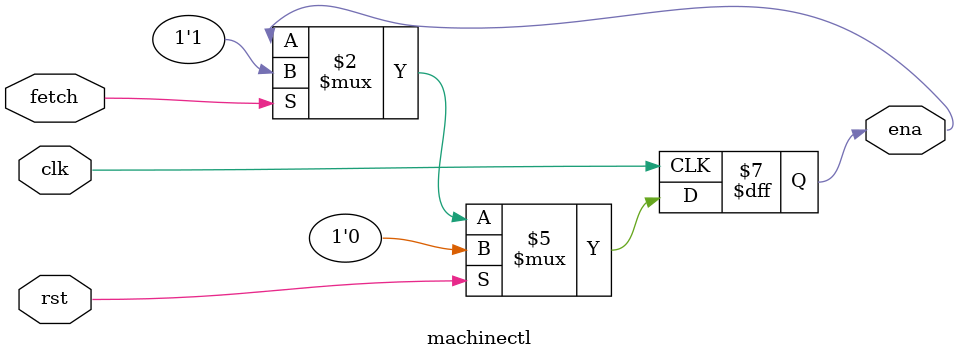
<source format=v>

/*-----------------------------------------------\
 --         

The state controller receives the reset signal rst, 
which is valid to control the output ena to 0, 
and fetch, which is valid to control ena to 1.

--
\-----------------------------------------------*/

module machinectl (
 	input clk,    // Clock
 	input rst,  
 	input fetch,

 	output reg ena 
 );
	always @(posedge clk) begin : proc_ena
		if(rst) begin
			ena <= 0;
		end else if (fetch) begin
			ena <= 1;
		end 
	end
 
 endmodule 

</source>
